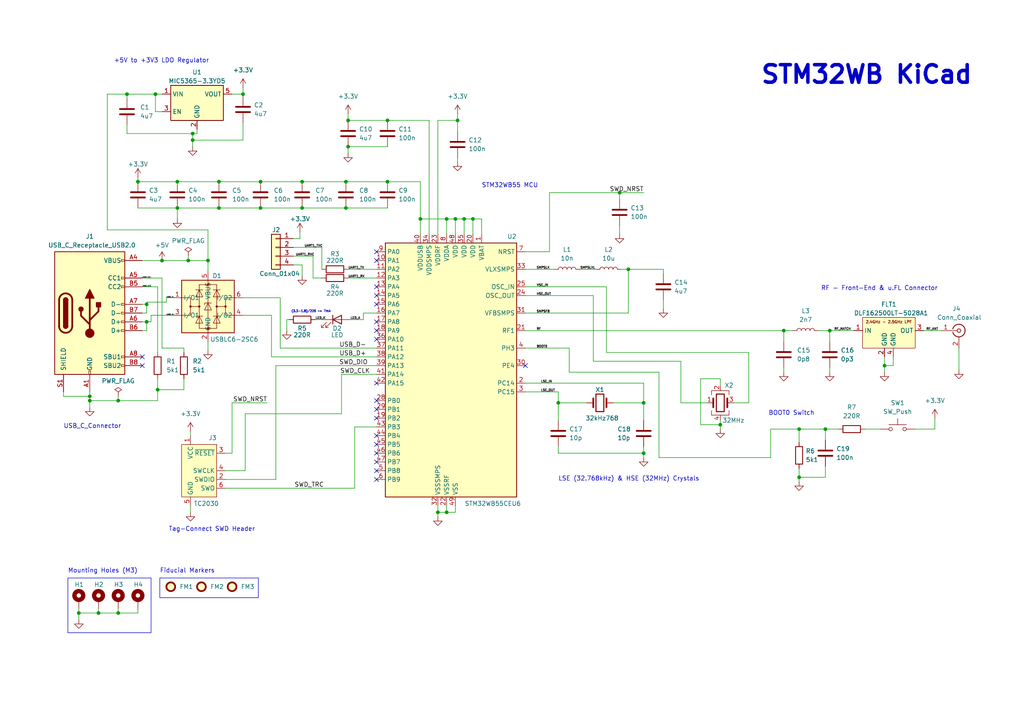
<source format=kicad_sch>
(kicad_sch (version 20230121) (generator eeschema)
  (paper "A4")
  (title_block (title "STM32WB Kicad") (date "2024-06-08") (rev "A"))
  (lib_symbols
    (symbol "Connector:Conn_ARM_SWD_TagConnect_TC2030" (in_bom no)
      (property "Reference" "J" (at 2.54 11.43 0))
      (property "Value" "Conn_ARM_SWD_TagConnect_TC2030" (at 5.08 8.89 0))
      (symbol "Conn_ARM_SWD_TagConnect_TC2030_0_0"
        (pin power_in line (at -2.54 10.16 270) (length 2.54) (name "VCC") (number "1"))
        (pin bidirectional line (at 7.62 -2.54 180) (length 2.54) (name "SWDIO") (number "2"))
        (pin open_collector line (at 7.62 5.08 180) (length 2.54) (name "~{RESET}") (number "3"))
        (pin output line (at 7.62 0 180) (length 2.54) (name "SWCLK") (number "4"))
        (pin power_in line (at -2.54 -10.16 90) (length 2.54) (name "GND") (number "5"))
        (pin input line (at 7.62 -5.08 180) (length 2.54) (name "SWO") (number "6"))
      )
    )
    (symbol "Connector:Conn_Coaxial" (pin_names (offset 1.016) hide)
      (property "Reference" "J" (at 0.254 3.048 0))
      (property "Value" "Conn_Coaxial" (at 2.921 0 90))
      (symbol "Conn_Coaxial_1_1"
        (pin passive line (at -5.08 0 0) (length 2.54) (name "In") (number "1"))
        (pin passive line (at 0 -5.08 90) (length 2.54) (name "Ext") (number "2"))
      )
    )
    (symbol "Connector:USB_C_Receptacle_USB2.0" (pin_names (offset 1.016))
      (property "Reference" "J" (at -10.16 19.05 0))
      (property "Value" "USB_C_Receptacle_USB2.0" (at 19.05 19.05 0))
      (symbol "USB_C_Receptacle_USB2.0_1_1"
        (pin passive line (at 0 -22.86 90) (length 5.08) (name "GND") (number "A1"))
        (pin passive line (at 0 -22.86 90) (length 5.08) hide (name "GND") (number "A12"))
        (pin passive line (at 15.24 15.24 180) (length 5.08) (name "VBUS") (number "A4"))
        (pin bidirectional line (at 15.24 10.16 180) (length 5.08) (name "CC1") (number "A5"))
        (pin bidirectional line (at 15.24 -2.54 180) (length 5.08) (name "D+") (number "A6"))
        (pin bidirectional line (at 15.24 2.54 180) (length 5.08) (name "D-") (number "A7"))
        (pin bidirectional line (at 15.24 -12.7 180) (length 5.08) (name "SBU1") (number "A8"))
        (pin passive line (at 15.24 15.24 180) (length 5.08) hide (name "VBUS") (number "A9"))
        (pin passive line (at 0 -22.86 90) (length 5.08) hide (name "GND") (number "B1"))
        (pin passive line (at 0 -22.86 90) (length 5.08) hide (name "GND") (number "B12"))
        (pin passive line (at 15.24 15.24 180) (length 5.08) hide (name "VBUS") (number "B4"))
        (pin bidirectional line (at 15.24 7.62 180) (length 5.08) (name "CC2") (number "B5"))
        (pin bidirectional line (at 15.24 -5.08 180) (length 5.08) (name "D+") (number "B6"))
        (pin bidirectional line (at 15.24 0 180) (length 5.08) (name "D-") (number "B7"))
        (pin bidirectional line (at 15.24 -15.24 180) (length 5.08) (name "SBU2") (number "B8"))
        (pin passive line (at 15.24 15.24 180) (length 5.08) hide (name "VBUS") (number "B9"))
        (pin passive line (at -7.62 -22.86 90) (length 5.08) (name "SHIELD") (number "S1"))
      )
    )
    (symbol "Connector_Generic:Conn_01x04" (pin_names (offset 1.016) hide)
      (property "Reference" "J" (at 0 5.08 0))
      (property "Value" "Conn_01x04" (at 0 -7.62 0))
      (symbol "Conn_01x04_1_1"
        (pin passive line (at -5.08 2.54 0) (length 3.81) (name "Pin_1") (number "1"))
        (pin passive line (at -5.08 0 0) (length 3.81) (name "Pin_2") (number "2"))
        (pin passive line (at -5.08 -2.54 0) (length 3.81) (name "Pin_3") (number "3"))
        (pin passive line (at -5.08 -5.08 0) (length 3.81) (name "Pin_4") (number "4"))
      )
    )
    (symbol "Device:C" (pin_numbers hide) (pin_names (offset 0.254))
      (property "Reference" "C" (at 0.635 2.54 0))
      (property "Value" "C" (at 0.635 -2.54 0))
      (symbol "C_1_1"
        (pin passive line (at 0 3.81 270) (length 2.794) (name "~") (number "1"))
        (pin passive line (at 0 -3.81 90) (length 2.794) (name "~") (number "2"))
      )
    )
    (symbol "Device:Crystal" (pin_numbers hide) (pin_names (offset 1.016) hide)
      (property "Reference" "Y" (at 0 3.81 0))
      (property "Value" "Crystal" (at 0 -3.81 0))
      (symbol "Crystal_1_1"
        (pin passive line (at -3.81 0 0) (length 1.27) (name "1") (number "1"))
        (pin passive line (at 3.81 0 180) (length 1.27) (name "2") (number "2"))
      )
    )
    (symbol "Device:Crystal_GND24" (pin_names (offset 1.016) hide)
      (property "Reference" "Y" (at 3.175 5.08 0))
      (property "Value" "Crystal_GND24" (at 3.175 3.175 0))
      (symbol "Crystal_GND24_1_1"
        (pin passive line (at -3.81 0 0) (length 1.27) (name "1") (number "1"))
        (pin passive line (at 0 5.08 270) (length 1.27) (name "2") (number "2"))
        (pin passive line (at 3.81 0 180) (length 1.27) (name "3") (number "3"))
        (pin passive line (at 0 -5.08 90) (length 1.27) (name "4") (number "4"))
      )
    )
    (symbol "Device:L" (pin_numbers hide) (pin_names (offset 1.016) hide)
      (property "Reference" "L" (at -1.27 0 90))
      (property "Value" "L" (at 1.905 0 90))
      (symbol "L_1_1"
        (pin passive line (at 0 3.81 270) (length 1.27) (name "1") (number "1"))
        (pin passive line (at 0 -3.81 90) (length 1.27) (name "2") (number "2"))
      )
    )
    (symbol "Device:LED" (pin_numbers hide) (pin_names (offset 1.016) hide)
      (property "Reference" "D" (at 0 2.54 0))
      (property "Value" "LED" (at 0 -2.54 0))
      (symbol "LED_1_1"
        (pin passive line (at -3.81 0 0) (length 2.54) (name "K") (number "1"))
        (pin passive line (at 3.81 0 180) (length 2.54) (name "A") (number "2"))
      )
    )
    (symbol "Device:R" (pin_numbers hide) (pin_names (offset 0))
      (property "Reference" "R" (at 2.032 0 90))
      (property "Value" "R" (at 0 0 90))
      (symbol "R_1_1"
        (pin passive line (at 0 3.81 270) (length 1.27) (name "~") (number "1"))
        (pin passive line (at 0 -3.81 90) (length 1.27) (name "~") (number "2"))
      )
    )
    (symbol "MCU_ST_STM32WB:STM32WB55CEUx"
      (property "Reference" "U" (at -17.78 39.37 0))
      (property "Value" "STM32WB55CEUx" (at 12.7 39.37 0))
      (symbol "STM32WB55CEUx_1_1"
        (pin power_in line (at -7.62 40.64 270) (length 2.54) (name "VBAT") (number "1"))
        (pin bidirectional line (at 22.86 33.02 180) (length 2.54) (name "PA1") (number "10"))
        (pin bidirectional line (at 22.86 30.48 180) (length 2.54) (name "PA2") (number "11"))
        (pin bidirectional line (at 22.86 27.94 180) (length 2.54) (name "PA3") (number "12"))
        (pin bidirectional line (at 22.86 25.4 180) (length 2.54) (name "PA4") (number "13"))
        (pin bidirectional line (at 22.86 22.86 180) (length 2.54) (name "PA5") (number "14"))
        (pin bidirectional line (at 22.86 20.32 180) (length 2.54) (name "PA6") (number "15"))
        (pin bidirectional line (at 22.86 17.78 180) (length 2.54) (name "PA7") (number "16"))
        (pin bidirectional line (at 22.86 15.24 180) (length 2.54) (name "PA8") (number "17"))
        (pin bidirectional line (at 22.86 12.7 180) (length 2.54) (name "PA9") (number "18"))
        (pin bidirectional line (at 22.86 -12.7 180) (length 2.54) (name "PB2") (number "19"))
        (pin bidirectional line (at -20.32 -2.54 0) (length 2.54) (name "PC14") (number "2"))
        (pin power_in line (at -5.08 40.64 270) (length 2.54) (name "VDD") (number "20"))
        (pin bidirectional line (at -20.32 12.7 0) (length 2.54) (name "RF1") (number "21"))
        (pin power_in line (at 2.54 -38.1 90) (length 2.54) (name "VSSRF") (number "22"))
        (pin power_in line (at 5.08 40.64 270) (length 2.54) (name "VDDRF") (number "23"))
        (pin input line (at -20.32 22.86 0) (length 2.54) (name "OSC_OUT") (number "24"))
        (pin input line (at -20.32 25.4 0) (length 2.54) (name "OSC_IN") (number "25"))
        (pin no_connect line (at -17.78 -35.56 0) (length 2.54) hide (name "AT0") (number "26"))
        (pin no_connect line (at -17.78 -33.02 0) (length 2.54) hide (name "AT1") (number "27"))
        (pin bidirectional line (at 22.86 -7.62 180) (length 2.54) (name "PB0") (number "28"))
        (pin bidirectional line (at 22.86 -10.16 180) (length 2.54) (name "PB1") (number "29"))
        (pin bidirectional line (at -20.32 -5.08 0) (length 2.54) (name "PC15") (number "3"))
        (pin bidirectional line (at -20.32 2.54 0) (length 2.54) (name "PE4") (number "30"))
        (pin input line (at -20.32 17.78 0) (length 2.54) (name "VFBSMPS") (number "31"))
        (pin power_in line (at 5.08 -38.1 90) (length 2.54) (name "VSSSMPS") (number "32"))
        (pin power_in line (at -20.32 30.48 0) (length 2.54) (name "VLXSMPS") (number "33"))
        (pin power_in line (at 7.62 40.64 270) (length 2.54) (name "VDDSMPS") (number "34"))
        (pin power_in line (at -2.54 40.64 270) (length 2.54) (name "VDD") (number "35"))
        (pin bidirectional line (at 22.86 10.16 180) (length 2.54) (name "PA10") (number "36"))
        (pin bidirectional line (at 22.86 7.62 180) (length 2.54) (name "PA11") (number "37"))
        (pin bidirectional line (at 22.86 5.08 180) (length 2.54) (name "PA12") (number "38"))
        (pin bidirectional line (at 22.86 2.54 180) (length 2.54) (name "PA13") (number "39"))
        (pin bidirectional line (at -20.32 7.62 0) (length 2.54) (name "PH3") (number "4"))
        (pin power_in line (at 10.16 40.64 270) (length 2.54) (name "VDDUSB") (number "40"))
        (pin bidirectional line (at 22.86 0 180) (length 2.54) (name "PA14") (number "41"))
        (pin bidirectional line (at 22.86 -2.54 180) (length 2.54) (name "PA15") (number "42"))
        (pin bidirectional line (at 22.86 -15.24 180) (length 2.54) (name "PB3") (number "43"))
        (pin bidirectional line (at 22.86 -17.78 180) (length 2.54) (name "PB4") (number "44"))
        (pin bidirectional line (at 22.86 -20.32 180) (length 2.54) (name "PB5") (number "45"))
        (pin bidirectional line (at 22.86 -22.86 180) (length 2.54) (name "PB6") (number "46"))
        (pin bidirectional line (at 22.86 -25.4 180) (length 2.54) (name "PB7") (number "47"))
        (pin power_in line (at 0 40.64 270) (length 2.54) (name "VDD") (number "48"))
        (pin power_in line (at 0 -38.1 90) (length 2.54) (name "VSS") (number "49"))
        (pin bidirectional line (at 22.86 -27.94 180) (length 2.54) (name "PB8") (number "5"))
        (pin bidirectional line (at 22.86 -30.48 180) (length 2.54) (name "PB9") (number "6"))
        (pin input line (at -20.32 35.56 0) (length 2.54) (name "NRST") (number "7"))
        (pin power_in line (at 2.54 40.64 270) (length 2.54) (name "VDDA") (number "8"))
        (pin bidirectional line (at 22.86 35.56 180) (length 2.54) (name "PA0") (number "9"))
      )
    )
    (symbol "Mechanical:Fiducial"
      (property "Reference" "FID" (at 0 5.08 0))
      (property "Value" "Fiducial" (at 0 3.175 0))
    )
    (symbol "Mechanical:MountingHole_Pad" (pin_numbers hide) (pin_names (offset 1.016) hide)
      (property "Reference" "H" (at 0 6.35 0))
      (property "Value" "MountingHole_Pad" (at 0 4.445 0))
      (symbol "MountingHole_Pad_1_1"
        (pin input line (at 0 -2.54 90) (length 2.54) (name "1") (number "1"))
      )
    )
    (symbol "Regulator_Linear:MIC5365-3.3YD5"
      (property "Reference" "U" (at -7.62 6.35 0))
      (property "Value" "MIC5365-3.3YD5" (at 0 6.35 0))
      (symbol "MIC5365-3.3YD5_1_1"
        (pin power_in line (at -10.16 2.54 0) (length 2.54) (name "VIN") (number "1"))
        (pin power_in line (at 0 -7.62 90) (length 2.54) (name "GND") (number "2"))
        (pin input line (at -10.16 -2.54 0) (length 2.54) (name "EN") (number "3"))
        (pin no_connect line (at 7.62 -2.54 180) (length 2.54) hide (name "NC") (number "4"))
        (pin power_out line (at 10.16 2.54 180) (length 2.54) (name "VOUT") (number "5"))
      )
    )
    (symbol "STM32-Bluetooth_Schematic_Symbols:DLF162500LT-5028A1"
      (property "Reference" "FLT" (at 0 3.81 0))
      (property "Value" "DLF162500LT-5028A1" (at 0 6.35 0))
      (symbol "DLF162500LT-5028A1_0_0"
        (pin passive line (at -10.16 -1.27 0) (length 2.54) (name "IN") (number "1"))
        (pin passive line (at -1.27 -8.89 90) (length 2.54) (name "GND") (number "2"))
        (pin passive line (at 10.16 -1.27 180) (length 2.54) (name "OUT") (number "3"))
        (pin passive line (at 1.27 -8.89 90) (length 2.54) (name "GND") (number "4"))
      )
      (symbol "DLF162500LT-5028A1_1_1"
        (text "2.4GHz - 2.5GHz LPF" (at 0 1.27 0) (effects (font (size 0.8 0.8))))
      )
    )
    (symbol "STM32-Bluetooth_Schematic_Symbols:USBLC6-2SC6"
      (property "Reference" "D1" (at 2.54 0 0))
      (symbol "USBLC6-2SC6_1_1"
        (pin passive line (at -13.97 -6.35 0) (length 2.54) (name "I/O1") (number "1"))
        (pin passive line (at -3.81 -19.05 90) (length 2.54) (name "GND") (number "2"))
        (pin passive line (at -13.97 -11.43 0) (length 2.54) (name "I/O1") (number "3"))
        (pin passive line (at 6.35 -11.43 180) (length 2.54) (name "I/O2") (number "4"))
        (pin passive line (at -3.81 1.27 270) (length 2.54) (name "VBUS") (number "5"))
        (pin passive line (at 6.35 -6.35 180) (length 2.54) (name "I/O2") (number "6"))
      )
    )
    (symbol "Switch:SW_Push" (pin_numbers hide) (pin_names (offset 1.016) hide)
      (property "Reference" "SW" (at 1.27 2.54 0))
      (property "Value" "SW_Push" (at 0 -1.524 0))
      (symbol "SW_Push_0_1"
        (pin passive line (at -5.08 0 0) (length 2.54) (name "1") (number "1"))
        (pin passive line (at 5.08 0 180) (length 2.54) (name "2") (number "2"))
      )
    )
    (symbol "power:+3.3V" (power) (pin_names (offset 0))
      (property "Value" "+3.3V" (at 0 3.556 0))
      (symbol "+3.3V_1_1"
        (pin power_in line (at 0 0 90) (length 0) hide (name "+3.3V") (number "1"))
      )
    )
    (symbol "power:+5V" (power) (pin_names (offset 0))
      (property "Value" "+5V" (at 0 3.556 0))
      (symbol "+5V_1_1"
        (pin power_in line (at 0 0 90) (length 0) hide (name "+5V") (number "1"))
      )
    )
    (symbol "power:GND" (power) (pin_names (offset 0))
      (property "Value" "GND" (at 0 -3.81 0))
      (symbol "GND_1_1"
        (pin power_in line (at 0 0 270) (length 0) hide (name "GND") (number "1"))
      )
    )
    (symbol "power:PWR_FLAG" (power) (pin_numbers hide) (pin_names (offset 0) hide)
      (property "Value" "PWR_FLAG" (at 0 3.81 0))
      (symbol "PWR_FLAG_0_0"
        (pin power_out line (at 0 0 90) (length 0) (name "pwr") (number "1"))
      )
    )
  )
  (junction (at 132.08 63.5))
  (junction (at 60.325 75.565))
  (junction (at 75.565 52.705))
  (junction (at 42.545 88.265))
  (junction (at 51.435 52.705))
  (junction (at 100.33 52.705))
  (junction (at 87.63 60.325))
  (junction (at 22.86 177.8))
  (junction (at 26.035 114.935))
  (junction (at 34.29 177.8))
  (junction (at 75.565 60.325))
  (junction (at 46.99 75.565))
  (junction (at 129.54 63.5))
  (junction (at 63.5 52.705))
  (junction (at 70.485 27.305))
  (junction (at 186.69 131.445))
  (junction (at 137.16 63.5))
  (junction (at 40.005 52.705))
  (junction (at 161.925 116.84))
  (junction (at 208.915 123.19))
  (junction (at 100.33 60.325))
  (junction (at 121.92 63.5))
  (junction (at 112.395 34.925))
  (junction (at 36.83 27.305))
  (junction (at 129.54 148.59))
  (junction (at 186.69 116.84))
  (junction (at 100.965 42.545))
  (junction (at 28.575 177.8))
  (junction (at 34.29 116.205))
  (junction (at 42.545 93.345))
  (junction (at 55.88 38.735))
  (junction (at 227.33 95.885))
  (junction (at 26.035 116.205))
  (junction (at 127 148.59))
  (junction (at 240.665 95.885))
  (junction (at 55.88 40.64))
  (junction (at 132.715 34.925))
  (junction (at 231.775 138.43))
  (junction (at 100.965 34.925))
  (junction (at 51.435 60.325))
  (junction (at 134.62 63.5))
  (junction (at 182.245 78.105))
  (junction (at 45.085 27.305))
  (junction (at 63.5 60.325))
  (junction (at 179.705 55.88))
  (junction (at 256.54 106.045))
  (junction (at 112.395 52.705))
  (junction (at 54.61 75.565))
  (junction (at 231.775 124.46))
  (junction (at 87.63 52.705))
  (junction (at 239.395 124.46))
  (junction (at 45.72 113.03))
  (no_connect (at 109.22 126.365))
  (no_connect (at 109.22 116.205))
  (no_connect (at 109.22 88.265))
  (no_connect (at 109.22 95.885))
  (no_connect (at 152.4 106.045))
  (no_connect (at 109.22 73.025))
  (no_connect (at 109.22 93.345))
  (no_connect (at 109.22 121.285))
  (no_connect (at 109.22 131.445))
  (no_connect (at 109.22 75.565))
  (no_connect (at 41.275 103.505))
  (no_connect (at 109.22 118.745))
  (no_connect (at 109.22 133.985))
  (no_connect (at 109.22 139.065))
  (no_connect (at 109.22 111.125))
  (no_connect (at 109.22 128.905))
  (no_connect (at 109.22 98.425))
  (no_connect (at 109.22 83.185))
  (no_connect (at 41.275 106.045))
  (no_connect (at 109.22 136.525))
  (no_connect (at 109.22 85.725))
  (wire (pts (xy 152.4 83.185) (xy 175.895 83.185)))
  (wire (pts (xy 121.92 67.945) (xy 121.92 63.5)))
  (wire (pts (xy 182.245 90.805) (xy 182.245 78.105)))
  (wire (pts (xy 265.43 124.46) (xy 271.145 124.46)))
  (wire (pts (xy 172.085 104.775) (xy 197.485 104.775)))
  (wire (pts (xy 42.545 93.345) (xy 43.815 93.345)))
  (wire (pts (xy 42.545 95.885) (xy 42.545 93.345)))
  (wire (pts (xy 55.88 40.64) (xy 55.88 42.545)))
  (wire (pts (xy 129.54 148.59) (xy 127 148.59)))
  (wire (pts (xy 239.395 135.255) (xy 239.395 138.43)))
  (wire (pts (xy 137.16 67.945) (xy 137.16 63.5)))
  (wire (pts (xy 191.135 132.715) (xy 223.52 132.715)))
  (wire (pts (xy 87.63 60.325) (xy 100.33 60.325)))
  (wire (pts (xy 186.69 116.84) (xy 186.69 121.92)))
  (wire (pts (xy 152.4 113.665) (xy 161.925 113.665)))
  (wire (pts (xy 223.52 132.715) (xy 223.52 124.46)))
  (wire (pts (xy 48.26 87.63) (xy 48.26 86.36)))
  (wire (pts (xy 45.72 109.855) (xy 45.72 113.03)))
  (wire (pts (xy 152.4 73.025) (xy 159.385 73.025)))
  (wire (pts (xy 99.06 108.585) (xy 109.22 108.585)))
  (wire (pts (xy 55.245 125.095) (xy 55.245 126.365)))
  (wire (pts (xy 85.09 74.295) (xy 90.805 74.295)))
  (wire (pts (xy 41.275 75.565) (xy 46.99 75.565)))
  (wire (pts (xy 192.405 86.995) (xy 192.405 89.535)))
  (wire (pts (xy 271.145 124.46) (xy 271.145 121.285)))
  (wire (pts (xy 152.4 111.125) (xy 186.69 111.125)))
  (wire (pts (xy 109.22 90.805) (xy 105.41 90.805)))
  (wire (pts (xy 134.62 63.5) (xy 134.62 67.945)))
  (wire (pts (xy 81.28 86.36) (xy 81.28 100.965)))
  (wire (pts (xy 41.275 80.645) (xy 46.99 80.645)))
  (wire (pts (xy 78.74 91.44) (xy 78.74 103.505)))
  (wire (pts (xy 259.08 103.505) (xy 259.08 106.045)))
  (wire (pts (xy 41.275 90.805) (xy 42.545 90.805)))
  (wire (pts (xy 83.185 92.71) (xy 83.185 95.885)))
  (wire (pts (xy 124.46 34.925) (xy 124.46 67.945)))
  (wire (pts (xy 250.825 124.46) (xy 255.27 124.46)))
  (wire (pts (xy 87.63 76.835) (xy 87.63 80.01)))
  (wire (pts (xy 259.08 106.045) (xy 256.54 106.045)))
  (wire (pts (xy 41.275 93.345) (xy 42.545 93.345)))
  (wire (pts (xy 36.83 36.195) (xy 36.83 38.735)))
  (wire (pts (xy 34.29 114.935) (xy 34.29 116.205)))
  (wire (pts (xy 152.4 78.105) (xy 160.655 78.105)))
  (wire (pts (xy 45.085 32.385) (xy 45.085 27.305)))
  (wire (pts (xy 83.82 92.71) (xy 83.185 92.71)))
  (wire (pts (xy 99.06 120.015) (xy 99.06 108.585)))
  (wire (pts (xy 165.1 107.95) (xy 191.135 107.95)))
  (wire (pts (xy 70.485 40.64) (xy 55.88 40.64)))
  (wire (pts (xy 186.69 131.445) (xy 186.69 132.715)))
  (wire (pts (xy 152.4 85.725) (xy 172.085 85.725)))
  (wire (pts (xy 40.005 176.53) (xy 40.005 177.8)))
  (wire (pts (xy 239.395 124.46) (xy 243.205 124.46)))
  (wire (pts (xy 40.005 52.705) (xy 51.435 52.705)))
  (wire (pts (xy 70.485 27.305) (xy 70.485 27.94)))
  (wire (pts (xy 26.035 116.205) (xy 34.29 116.205)))
  (wire (pts (xy 53.34 113.03) (xy 45.72 113.03)))
  (wire (pts (xy 208.915 109.855) (xy 203.2 109.855)))
  (wire (pts (xy 36.83 38.735) (xy 55.88 38.735)))
  (wire (pts (xy 85.09 71.755) (xy 93.345 71.755)))
  (wire (pts (xy 45.085 27.305) (xy 46.99 27.305)))
  (wire (pts (xy 161.925 131.445) (xy 186.69 131.445)))
  (wire (pts (xy 22.86 177.8) (xy 22.86 179.705)))
  (wire (pts (xy 100.33 52.705) (xy 112.395 52.705)))
  (wire (pts (xy 161.925 113.665) (xy 161.925 116.84)))
  (wire (pts (xy 152.4 95.885) (xy 227.33 95.885)))
  (wire (pts (xy 41.275 95.885) (xy 42.545 95.885)))
  (wire (pts (xy 179.705 65.405) (xy 179.705 67.945)))
  (wire (pts (xy 152.4 100.965) (xy 165.1 100.965)))
  (wire (pts (xy 48.26 86.36) (xy 50.165 86.36)))
  (wire (pts (xy 75.565 60.325) (xy 87.63 60.325)))
  (wire (pts (xy 71.12 136.525) (xy 71.12 120.015)))
  (wire (pts (xy 60.325 75.565) (xy 60.325 78.74)))
  (wire (pts (xy 197.485 104.775) (xy 197.485 116.84)))
  (wire (pts (xy 180.34 78.105) (xy 182.245 78.105)))
  (wire (pts (xy 159.385 55.88) (xy 179.705 55.88)))
  (wire (pts (xy 100.965 78.105) (xy 109.22 78.105)))
  (wire (pts (xy 46.99 80.645) (xy 46.99 100.965)))
  (wire (pts (xy 60.325 75.565) (xy 60.325 66.675)))
  (wire (pts (xy 86.995 69.215) (xy 85.09 69.215)))
  (wire (pts (xy 100.965 42.545) (xy 112.395 42.545)))
  (wire (pts (xy 127 146.685) (xy 127 148.59)))
  (wire (pts (xy 256.54 106.045) (xy 256.54 107.95)))
  (wire (pts (xy 100.965 33.02) (xy 100.965 34.925)))
  (wire (pts (xy 22.86 176.53) (xy 22.86 177.8)))
  (wire (pts (xy 217.17 102.235) (xy 217.17 116.84)))
  (wire (pts (xy 34.29 177.8) (xy 40.005 177.8)))
  (wire (pts (xy 100.965 80.645) (xy 109.22 80.645)))
  (wire (pts (xy 186.69 129.54) (xy 186.69 131.445)))
  (wire (pts (xy 132.08 148.59) (xy 129.54 148.59)))
  (wire (pts (xy 46.99 75.565) (xy 54.61 75.565)))
  (wire (pts (xy 45.085 32.385) (xy 46.99 32.385)))
  (wire (pts (xy 161.925 116.84) (xy 161.925 121.92)))
  (wire (pts (xy 26.035 114.935) (xy 26.035 116.205)))
  (wire (pts (xy 127 67.945) (xy 127 34.925)))
  (wire (pts (xy 165.1 100.965) (xy 165.1 107.95)))
  (wire (pts (xy 67.31 27.305) (xy 70.485 27.305)))
  (wire (pts (xy 239.395 138.43) (xy 231.775 138.43)))
  (wire (pts (xy 175.895 102.235) (xy 217.17 102.235)))
  (wire (pts (xy 80.01 139.065) (xy 80.01 106.045)))
  (wire (pts (xy 65.405 136.525) (xy 71.12 136.525)))
  (wire (pts (xy 86.995 67.31) (xy 86.995 69.215)))
  (wire (pts (xy 102.87 141.605) (xy 102.87 123.825)))
  (wire (pts (xy 240.665 95.885) (xy 247.65 95.885)))
  (wire (pts (xy 132.08 67.945) (xy 132.08 63.5)))
  (wire (pts (xy 65.405 131.445) (xy 67.31 131.445)))
  (wire (pts (xy 75.565 52.705) (xy 87.63 52.705)))
  (wire (pts (xy 237.49 95.885) (xy 240.665 95.885)))
  (wire (pts (xy 65.405 139.065) (xy 80.01 139.065)))
  (wire (pts (xy 18.415 114.935) (xy 26.035 114.935)))
  (wire (pts (xy 43.815 93.345) (xy 43.815 91.44)))
  (wire (pts (xy 80.01 106.045) (xy 109.22 106.045)))
  (wire (pts (xy 129.54 146.685) (xy 129.54 148.59)))
  (wire (pts (xy 127 148.59) (xy 127 149.86)))
  (wire (pts (xy 31.115 27.305) (xy 36.83 27.305)))
  (wire (pts (xy 31.115 66.675) (xy 31.115 27.305)))
  (wire (pts (xy 87.63 52.705) (xy 100.33 52.705)))
  (wire (pts (xy 175.895 83.185) (xy 175.895 102.235)))
  (wire (pts (xy 197.485 116.84) (xy 205.105 116.84)))
  (wire (pts (xy 121.92 52.705) (xy 112.395 52.705)))
  (wire (pts (xy 132.715 45.72) (xy 132.715 46.99)))
  (wire (pts (xy 132.715 34.925) (xy 132.715 38.1)))
  (wire (pts (xy 41.275 88.265) (xy 42.545 88.265)))
  (wire (pts (xy 227.33 106.68) (xy 227.33 107.95)))
  (wire (pts (xy 34.29 116.205) (xy 45.72 116.205)))
  (wire (pts (xy 217.17 116.84) (xy 212.725 116.84)))
  (wire (pts (xy 231.775 138.43) (xy 231.775 139.7)))
  (wire (pts (xy 90.805 80.645) (xy 93.345 80.645)))
  (wire (pts (xy 132.08 146.685) (xy 132.08 148.59)))
  (wire (pts (xy 45.72 116.205) (xy 45.72 113.03)))
  (wire (pts (xy 53.34 109.855) (xy 53.34 113.03)))
  (wire (pts (xy 93.345 71.755) (xy 93.345 78.105)))
  (wire (pts (xy 227.33 95.885) (xy 227.33 99.06)))
  (wire (pts (xy 67.31 131.445) (xy 67.31 116.84)))
  (wire (pts (xy 36.83 27.305) (xy 45.085 27.305)))
  (wire (pts (xy 51.435 60.325) (xy 63.5 60.325)))
  (wire (pts (xy 57.15 38.735) (xy 55.88 38.735)))
  (wire (pts (xy 60.325 66.675) (xy 31.115 66.675)))
  (wire (pts (xy 60.325 99.06) (xy 60.325 101.6)))
  (wire (pts (xy 26.035 113.665) (xy 26.035 114.935)))
  (wire (pts (xy 129.54 63.5) (xy 132.08 63.5)))
  (wire (pts (xy 78.74 103.505) (xy 109.22 103.505)))
  (wire (pts (xy 177.8 116.84) (xy 186.69 116.84)))
  (wire (pts (xy 161.925 129.54) (xy 161.925 131.445)))
  (wire (pts (xy 40.005 60.325) (xy 51.435 60.325)))
  (wire (pts (xy 231.775 135.89) (xy 231.775 138.43)))
  (wire (pts (xy 112.395 34.925) (xy 124.46 34.925)))
  (wire (pts (xy 240.665 95.885) (xy 240.665 99.06)))
  (wire (pts (xy 42.545 88.265) (xy 42.545 87.63)))
  (wire (pts (xy 85.09 76.835) (xy 87.63 76.835)))
  (wire (pts (xy 256.54 103.505) (xy 256.54 106.045)))
  (wire (pts (xy 105.41 92.71) (xy 101.6 92.71)))
  (wire (pts (xy 28.575 176.53) (xy 28.575 177.8)))
  (wire (pts (xy 51.435 52.705) (xy 63.5 52.705)))
  (wire (pts (xy 121.92 63.5) (xy 129.54 63.5)))
  (wire (pts (xy 159.385 73.025) (xy 159.385 55.88)))
  (wire (pts (xy 105.41 90.805) (xy 105.41 92.71)))
  (wire (pts (xy 192.405 78.105) (xy 192.405 79.375)))
  (wire (pts (xy 63.5 52.705) (xy 75.565 52.705)))
  (wire (pts (xy 55.88 38.735) (xy 55.88 40.64)))
  (wire (pts (xy 182.245 78.105) (xy 192.405 78.105)))
  (wire (pts (xy 81.28 100.965) (xy 109.22 100.965)))
  (wire (pts (xy 132.715 33.02) (xy 132.715 34.925)))
  (wire (pts (xy 139.7 63.5) (xy 139.7 67.945)))
  (wire (pts (xy 152.4 90.805) (xy 182.245 90.805)))
  (wire (pts (xy 127 34.925) (xy 132.715 34.925)))
  (wire (pts (xy 132.08 63.5) (xy 134.62 63.5)))
  (wire (pts (xy 203.2 123.19) (xy 208.915 123.19)))
  (wire (pts (xy 57.15 38.735) (xy 57.15 37.465)))
  (wire (pts (xy 55.245 146.685) (xy 55.245 148.59)))
  (wire (pts (xy 129.54 67.945) (xy 129.54 63.5)))
  (wire (pts (xy 203.2 109.855) (xy 203.2 123.19)))
  (wire (pts (xy 223.52 124.46) (xy 231.775 124.46)))
  (wire (pts (xy 208.915 121.92) (xy 208.915 123.19)))
  (wire (pts (xy 42.545 87.63) (xy 48.26 87.63)))
  (wire (pts (xy 34.29 176.53) (xy 34.29 177.8)))
  (wire (pts (xy 231.775 124.46) (xy 239.395 124.46)))
  (wire (pts (xy 240.665 106.68) (xy 240.665 107.95)))
  (wire (pts (xy 70.485 86.36) (xy 81.28 86.36)))
  (wire (pts (xy 71.12 120.015) (xy 99.06 120.015)))
  (wire (pts (xy 179.705 57.785) (xy 179.705 55.88)))
  (wire (pts (xy 22.86 177.8) (xy 28.575 177.8)))
  (wire (pts (xy 231.775 124.46) (xy 231.775 128.27)))
  (wire (pts (xy 51.435 60.325) (xy 51.435 63.5)))
  (wire (pts (xy 91.44 92.71) (xy 93.98 92.71)))
  (wire (pts (xy 170.18 116.84) (xy 161.925 116.84)))
  (wire (pts (xy 46.99 100.965) (xy 53.34 100.965)))
  (wire (pts (xy 36.83 27.305) (xy 36.83 28.575)))
  (wire (pts (xy 191.135 107.95) (xy 191.135 132.715)))
  (wire (pts (xy 42.545 88.265) (xy 42.545 90.805)))
  (wire (pts (xy 186.69 111.125) (xy 186.69 116.84)))
  (wire (pts (xy 208.915 123.19) (xy 208.915 124.46)))
  (wire (pts (xy 18.415 113.665) (xy 18.415 114.935)))
  (wire (pts (xy 208.915 111.76) (xy 208.915 109.855)))
  (wire (pts (xy 267.97 95.885) (xy 273.05 95.885)))
  (wire (pts (xy 179.705 55.88) (xy 186.69 55.88)))
  (wire (pts (xy 172.085 85.725) (xy 172.085 104.775)))
  (wire (pts (xy 63.5 60.325) (xy 75.565 60.325)))
  (wire (pts (xy 134.62 63.5) (xy 137.16 63.5)))
  (wire (pts (xy 278.13 100.965) (xy 278.13 107.315)))
  (wire (pts (xy 41.275 83.185) (xy 45.72 83.185)))
  (wire (pts (xy 90.805 74.295) (xy 90.805 80.645)))
  (wire (pts (xy 28.575 177.8) (xy 34.29 177.8)))
  (wire (pts (xy 26.035 116.205) (xy 26.035 118.11)))
  (wire (pts (xy 67.31 116.84) (xy 77.47 116.84)))
  (wire (pts (xy 54.61 74.295) (xy 54.61 75.565)))
  (wire (pts (xy 121.92 63.5) (xy 121.92 52.705)))
  (wire (pts (xy 168.275 78.105) (xy 172.72 78.105)))
  (wire (pts (xy 70.485 91.44) (xy 78.74 91.44)))
  (wire (pts (xy 239.395 124.46) (xy 239.395 127.635)))
  (wire (pts (xy 70.485 25.4) (xy 70.485 27.305)))
  (wire (pts (xy 65.405 141.605) (xy 102.87 141.605)))
  (wire (pts (xy 54.61 75.565) (xy 60.325 75.565)))
  (wire (pts (xy 100.33 60.325) (xy 112.395 60.325)))
  (wire (pts (xy 53.34 100.965) (xy 53.34 102.235)))
  (wire (pts (xy 227.33 95.885) (xy 229.87 95.885)))
  (wire (pts (xy 40.005 51.435) (xy 40.005 52.705)))
  (wire (pts (xy 45.72 83.185) (xy 45.72 102.235)))
  (wire (pts (xy 100.965 34.925) (xy 112.395 34.925)))
  (wire (pts (xy 43.815 91.44) (xy 50.165 91.44)))
  (wire (pts (xy 100.965 42.545) (xy 100.965 44.45)))
  (wire (pts (xy 102.87 123.825) (xy 109.22 123.825)))
  (wire (pts (xy 70.485 35.56) (xy 70.485 40.64)))
  (wire (pts (xy 137.16 63.5) (xy 139.7 63.5)))
  (rectangle (start 46.355 167.64) (end 74.93 173.355))
  (rectangle (start 19.685 167.64) (end 43.815 183.515))
  (text "STM32WB KiCad" (at 220.345 24.765 0) (effects (font (size 5.08 5.08) (thickness 1.016) bold) (justify left bottom)))
  (text "BOOT0 Switch" (at 222.885 120.65 0) (effects (font (size 1.27 1.27)) (justify left bottom)))
  (text "USB_C_Connector" (at 18.415 124.46 0) (effects (font (size 1.27 1.27)) (justify left bottom)))
  (text "LSE (32.768kHz) & HSE (32MHz) Crystals" (at 161.925 139.7 0) (effects (font (size 1.27 1.27)) (justify left bottom)))
  (text "RF - Front-End & u.FL Connector" (at 238.125 84.455 0) (effects (font (size 1.27 1.27)) (justify left bottom)))
  (text "Tag-Connect SWD Header" (at 48.895 154.305 0) (effects (font (size 1.27 1.27)) (justify left bottom)))
  (text "Mounting Holes (M3)" (at 19.685 166.37 0) (effects (font (size 1.27 1.27)) (justify left bottom)))
  (text "STM32WB55 MCU" (at 139.7 54.61 0) (effects (font (size 1.27 1.27)) (justify left bottom)))
  (text "+5V to +3V3 LDO Regulator" (at 33.02 18.415 0) (effects (font (size 1.27 1.27)) (justify left bottom)))
  (text "Fiducial Markers" (at 46.355 166.37 0) (effects (font (size 1.27 1.27)) (justify left bottom)))
  (text "(3.3-1.8)/220 ~= 7mA" (at 84.455 90.805 0) (effects (font (size 0.635 0.635)) (justify left bottom)))
  (label "LED_A" (at 101.6 92.71 0) (effects (font (size 0.635 0.635))))
  (label "LSE_IN" (at 156.845 111.125 0) (effects (font (size 0.635 0.635))))
  (label "SWD_NRST" (at 77.47 116.84 180))
  (label "UART1_RXC" (at 85.725 74.295 0) (effects (font (size 0.635 0.635))))
  (label "SWD_TRC" (at 93.98 141.605 180))
  (label "SWD_NRST" (at 186.69 55.88 180))
  (label "UART1_RX" (at 100.965 80.645 0) (effects (font (size 0.635 0.635))))
  (label "LED_K" (at 91.44 92.71 0) (effects (font (size 0.635 0.635))))
  (label "SWD_DIO" (at 106.68 106.045 180))
  (label "SWD_CLK" (at 107.315 108.585 180))
  (label "UART1_TX" (at 100.965 78.105 0) (effects (font (size 0.635 0.635))))
  (label "USBC_D+" (at 48.26 91.44 0) (effects (font (size 0.3175 0.3175))))
  (label "SMPSLX" (at 155.575 78.105 0) (effects (font (size 0.635 0.635))))
  (label "UART1_TXC" (at 88.265 71.755 0) (effects (font (size 0.635 0.635))))
  (label "LSE_OUT" (at 156.845 113.665 0) (effects (font (size 0.635 0.635))))
  (label "BOOT0" (at 155.575 100.965 0) (effects (font (size 0.635 0.635))))
  (label "USBC_CC2" (at 41.275 83.185 0) (effects (font (size 0.3175 0.3175))))
  (label "USBC_CC1" (at 41.275 80.645 0) (effects (font (size 0.3175 0.3175))))
  (label "USBC_D-" (at 48.26 86.36 0) (effects (font (size 0.3175 0.3175))))
  (label "HSE_IN" (at 155.575 83.185 0) (effects (font (size 0.635 0.635))))
  (label "HSE_OUT" (at 155.575 85.725 0) (effects (font (size 0.635 0.635))))
  (label "RF_MATCH" (at 241.935 95.885 0) (effects (font (size 0.635 0.635))))
  (label "RF_ANT" (at 268.605 95.885 0) (effects (font (size 0.635 0.635))))
  (label "SMPSLXL" (at 168.275 78.105 0) (effects (font (size 0.635 0.635))))
  (label "SMPSFB" (at 155.575 90.805 0) (effects (font (size 0.635 0.635))))
  (label "RF" (at 155.575 95.885 0) (effects (font (size 0.635 0.635))))
  (label "USB_D-" (at 98.425 100.965 0))
  (label "USB_D+" (at 98.425 103.505 0))
  (symbol (lib_id "power:+5V") (at 46.99 75.565 0) (unit 1)
    (property "Reference" "#PWR024" (effects hide))
    (property "Value" "+5V" (at 46.99 71.12 0))
  )
  (symbol (lib_id "power:+3.3V") (at 100.965 33.02 0) (unit 1)
    (property "Reference" "#PWR04" (effects hide))
    (property "Value" "+3.3V" (at 100.965 27.94 0))
  )
  (symbol (lib_id "power:GND") (at 51.435 63.5 0) (unit 1)
    (property "Reference" "#PWR02" (effects hide))
    (property "Value" "GND" (effects hide))
  )
  (symbol (lib_id "power:PWR_FLAG") (at 34.29 114.935 0) (unit 1)
    (property "Reference" "#FLG02" (effects hide))
    (property "Value" "PWR_FLAG" (at 34.29 110.49 0))
  )
  (symbol (lib_id "power:GND") (at 55.245 148.59 0) (unit 1)
    (property "Reference" "#PWR015" (effects hide))
    (property "Value" "GND" (effects hide))
  )
  (symbol (lib_id "Device:R") (at 53.34 106.045 0) (unit 1)
    (property "Reference" "R2" (at 55.88 104.775 0) (effects (justify left)))
    (property "Value" "5k1" (at 55.88 107.315 0) (effects (justify left)))
    (property "Footprint" "Resistor_SMD:R_0402_1005Metric" (effects hide))
  )
  (symbol (lib_id "Mechanical:MountingHole_Pad") (at 34.29 173.99 0) (unit 1) (in_bom no)
    (property "Reference" "H3" (at 33.02 169.545 0) (effects (justify left)))
    (property "Value" "MountingHole_Pad" (effects hide))
    (property "Footprint" "MountingHole:MountingHole_2.2mm_M2_Pad_Via" (effects hide))
  )
  (symbol (lib_id "power:GND") (at 87.63 80.01 0) (unit 1)
    (property "Reference" "#PWR026" (effects hide))
    (property "Value" "GND" (effects hide))
  )
  (symbol (lib_id "Mechanical:MountingHole_Pad") (at 22.86 173.99 0) (unit 1) (in_bom no)
    (property "Reference" "H1" (at 21.59 169.545 0) (effects (justify left)))
    (property "Value" "MountingHole_Pad" (effects hide))
    (property "Footprint" "MountingHole:MountingHole_2.2mm_M2_Pad_Via" (effects hide))
  )
  (symbol (lib_id "MCU_ST_STM32WB:STM32WB55CEUx") (at 132.08 108.585 0) (mirror y) (unit 1)
    (property "Reference" "U2" (at 149.86 68.58 0) (effects (justify left)))
    (property "Value" "STM32WB55CEU6" (at 151.13 146.05 0) (effects (justify left)))
    (property "Footprint" "Package_DFN_QFN:QFN-48-1EP_7x7mm_P0.5mm_EP5.6x5.6mm" (effects hide))
    (property "Datasheet" "https://www.st.com/resource/en/datasheet/stm32wb55ce.pdf" (effects hide))
  )
  (symbol (lib_id "Mechanical:Fiducial") (at 58.42 170.18 0) (unit 1) (in_bom no)
    (property "Reference" "FM2" (at 60.96 170.18 0) (effects (justify left)))
    (property "Value" "Fiducial" (effects hide))
    (property "Footprint" "Fiducial:Fiducial_1mm_Mask2mm" (effects hide))
  )
  (symbol (lib_id "Mechanical:Fiducial") (at 67.31 170.18 0) (unit 1) (in_bom no)
    (property "Reference" "FM3" (at 69.85 170.18 0) (effects (justify left)))
    (property "Value" "Fiducial" (effects hide))
    (property "Footprint" "Fiducial:Fiducial_1mm_Mask2mm" (effects hide))
  )
  (symbol (lib_id "Mechanical:Fiducial") (at 49.53 170.18 0) (unit 1) (in_bom no)
    (property "Reference" "FM1" (at 52.07 170.18 0) (effects (justify left)))
    (property "Value" "Fiducial" (effects hide))
    (property "Footprint" "Fiducial:Fiducial_1mm_Mask2mm" (effects hide))
  )
  (symbol (lib_id "Device:Crystal") (at 173.99 116.84 0) (unit 1)
    (property "Reference" "X1" (at 173.99 113.03 0))
    (property "Value" "32kHz768" (at 174.625 121.285 0))
    (property "Footprint" "Crystal:Crystal_SMD_2012-2Pin_2.0x1.2mm" (effects hide))
  )
  (symbol (lib_id "Device:C") (at 240.665 102.87 0) (unit 1)
    (property "Reference" "C16" (at 243.84 101.6 0) (effects (justify left)))
    (property "Value" "0p3" (at 243.84 104.14 0) (effects (justify left)))
    (property "Footprint" "Capacitor_SMD:C_0402_1005Metric" (effects hide))
  )
  (symbol (lib_id "power:+3.3V") (at 70.485 25.4 0) (unit 1)
    (property "Reference" "#PWR023" (effects hide))
    (property "Value" "+3.3V" (at 70.485 20.32 0))
  )
  (symbol (lib_id "Regulator_Linear:MIC5365-3.3YD5") (at 57.15 29.845 0) (unit 1)
    (property "Reference" "U1" (at 57.15 20.955 0))
    (property "Value" "MIC5365-3.3YD5" (at 57.15 23.495 0))
    (property "Footprint" "Package_TO_SOT_SMD:SOT-23-5" (effects hide))
    (property "Datasheet" "http://ww1.microchip.com/downloads/en/DeviceDoc/mic5365.pdf" (effects hide))
  )
  (symbol (lib_id "Device:C") (at 40.005 56.515 0) (unit 1)
    (property "Reference" "C3" (at 43.18 55.245 0) (effects (justify left)))
    (property "Value" "4u7" (at 43.18 57.785 0) (effects (justify left)))
    (property "Footprint" "Capacitor_SMD:C_0603_1608Metric" (effects hide))
  )
  (symbol (lib_id "power:GND") (at 127 149.86 0) (unit 1)
    (property "Reference" "#PWR01" (effects hide))
    (property "Value" "GND" (effects hide))
  )
  (symbol (lib_id "Mechanical:MountingHole_Pad") (at 40.005 173.99 0) (unit 1) (in_bom no)
    (property "Reference" "H4" (at 38.735 169.545 0) (effects (justify left)))
    (property "Value" "MountingHole_Pad" (effects hide))
    (property "Footprint" "MountingHole:MountingHole_2.2mm_M2_Pad_Via" (effects hide))
  )
  (symbol (lib_id "power:+3.3V") (at 86.995 67.31 0) (unit 1)
    (property "Reference" "#PWR025" (effects hide))
    (property "Value" "+3.3V" (at 86.995 63.5 0))
  )
  (symbol (lib_id "power:PWR_FLAG") (at 54.61 74.295 0) (unit 1)
    (property "Reference" "#FLG01" (effects hide))
    (property "Value" "PWR_FLAG" (at 54.61 69.85 0))
  )
  (symbol (lib_id "Switch:SW_Push") (at 260.35 124.46 0) (unit 1)
    (property "Reference" "SW1" (at 260.35 116.84 0))
    (property "Value" "SW_Push" (at 260.35 119.38 0))
    (property "Footprint" "Button_Switch_SMD:SW_SPST_CK_RS282G05A3" (effects hide))
  )
  (symbol (lib_id "Device:C") (at 36.83 32.385 0) (unit 1)
    (property "Reference" "C1" (at 40.64 31.115 0) (effects (justify left)))
    (property "Value" "4u7" (at 40.64 33.655 0) (effects (justify left)))
    (property "Footprint" "Capacitor_SMD:C_0603_1608Metric" (effects hide))
  )
  (symbol (lib_id "Device:R") (at 45.72 106.045 0) (unit 1)
    (property "Reference" "R1" (at 48.26 104.775 0) (effects (justify left)))
    (property "Value" "5k1" (at 48.26 107.315 0) (effects (justify left)))
    (property "Footprint" "Resistor_SMD:R_0402_1005Metric" (effects hide))
  )
  (symbol (lib_id "Device:L") (at 164.465 78.105 90) (unit 1)
    (property "Reference" "L1" (at 164.465 72.39 90))
    (property "Value" "10n" (at 164.465 74.93 90))
    (property "Footprint" "Inductor_SMD:L_0402_1005Metric" (effects hide))
  )
  (symbol (lib_id "Device:C") (at 186.69 125.73 0) (unit 1)
    (property "Reference" "C18" (at 179.07 124.46 0) (effects (justify left)))
    (property "Value" "10p" (at 179.07 127 0) (effects (justify left)))
    (property "Footprint" "Capacitor_SMD:C_0402_1005Metric" (effects hide))
  )
  (symbol (lib_id "Device:C") (at 161.925 125.73 0) (unit 1)
    (property "Reference" "C17" (at 165.1 124.46 0) (effects (justify left)))
    (property "Value" "10p" (at 165.1 127 0) (effects (justify left)))
    (property "Footprint" "Capacitor_SMD:C_0402_1005Metric" (effects hide))
  )
  (symbol (lib_id "power:+3.3V") (at 40.005 51.435 0) (unit 1)
    (property "Reference" "#PWR05" (effects hide))
    (property "Value" "+3.3V" (at 40.005 47.625 0))
  )
  (symbol (lib_id "Device:C") (at 132.715 41.91 0) (unit 1)
    (property "Reference" "C12" (at 135.89 40.64 0) (effects (justify left)))
    (property "Value" "100n" (at 135.89 43.18 0) (effects (justify left)))
    (property "Footprint" "Capacitor_SMD:C_0402_1005Metric" (effects hide))
  )
  (symbol (lib_id "Connector:USB_C_Receptacle_USB2.0") (at 26.035 90.805 0) (unit 1)
    (property "Reference" "J1" (at 26.035 68.58 0))
    (property "Value" "USB_C_Receptacle_USB2.0" (at 26.67 71.12 0))
    (property "Footprint" "Connector_USB:USB_C_Receptacle_GCT_USB4105-xx-A_16P_TopMnt_Horizontal" (effects hide))
    (property "Datasheet" "https://www.usb.org/sites/default/files/documents/usb_type-c.zip" (effects hide))
  )
  (symbol (lib_id "Connector_Generic:Conn_01x04") (at 80.01 71.755 0) (mirror y) (unit 1)
    (property "Reference" "J2" (at 81.28 66.675 0) (effects (justify left)))
    (property "Value" "Conn_01x04" (at 86.995 79.375 0) (effects (justify left)))
    (property "Footprint" "Connector_Molex:Molex_PicoBlade_53048-0410_1x04_P1.25mm_Horizontal" (effects hide))
  )
  (symbol (lib_id "power:GND") (at 60.325 101.6 0) (unit 1)
    (property "Reference" "#PWR020" (effects hide))
    (property "Value" "GND" (effects hide))
  )
  (symbol (lib_id "power:GND") (at 179.705 67.945 0) (unit 1)
    (property "Reference" "#PWR017" (effects hide))
    (property "Value" "GND" (effects hide))
  )
  (symbol (lib_id "Device:L") (at 233.68 95.885 90) (unit 1)
    (property "Reference" "L3" (at 233.68 90.17 90))
    (property "Value" "2n7" (at 233.68 92.71 90))
    (property "Footprint" "Inductor_SMD:L_0402_1005Metric" (effects hide))
  )
  (symbol (lib_id "power:GND") (at 22.86 179.705 0) (unit 1)
    (property "Reference" "#PWR028" (effects hide))
    (property "Value" "GND" (effects hide))
  )
  (symbol (lib_id "Device:C") (at 100.965 38.735 0) (unit 1)
    (property "Reference" "C10" (at 104.14 37.465 0) (effects (justify left)))
    (property "Value" "4u7" (at 104.14 40.005 0) (effects (justify left)))
    (property "Footprint" "Capacitor_SMD:C_0603_1608Metric" (effects hide))
  )
  (symbol (lib_id "power:+3.3V") (at 55.245 125.095 0) (unit 1)
    (property "Reference" "#PWR016" (effects hide))
    (property "Value" "+3.3V" (at 55.245 120.015 0))
  )
  (symbol (lib_id "power:GND") (at 55.88 42.545 0) (unit 1)
    (property "Reference" "#PWR022" (effects hide))
    (property "Value" "GND" (effects hide))
  )
  (symbol (lib_id "power:GND") (at 227.33 107.95 0) (unit 1)
    (property "Reference" "#PWR011" (effects hide))
    (property "Value" "GND" (effects hide))
  )
  (symbol (lib_id "Device:C") (at 112.395 56.515 0) (unit 1)
    (property "Reference" "C9" (at 115.57 55.245 0) (effects (justify left)))
    (property "Value" "100n" (at 115.57 57.785 0) (effects (justify left)))
    (property "Footprint" "Capacitor_SMD:C_0402_1005Metric" (effects hide))
  )
  (symbol (lib_id "Device:C") (at 100.33 56.515 0) (unit 1)
    (property "Reference" "C8" (at 104.14 55.245 0) (effects (justify left)))
    (property "Value" "100n" (at 104.14 57.785 0) (effects (justify left)))
    (property "Footprint" "Capacitor_SMD:C_0402_1005Metric" (effects hide))
  )
  (symbol (lib_id "power:GND") (at 240.665 107.95 0) (unit 1)
    (property "Reference" "#PWR012" (effects hide))
    (property "Value" "GND" (effects hide))
  )
  (symbol (lib_id "Device:R") (at 247.015 124.46 270) (unit 1)
    (property "Reference" "R7" (at 247.015 118.11 90))
    (property "Value" "220R" (at 247.015 120.65 90))
    (property "Footprint" "Resistor_SMD:R_0402_1005Metric" (effects hide))
  )
  (symbol (lib_id "power:GND") (at 231.775 139.7 0) (unit 1)
    (property "Reference" "#PWR018" (effects hide))
    (property "Value" "GND" (effects hide))
  )
  (symbol (lib_id "Device:R") (at 231.775 132.08 0) (unit 1)
    (property "Reference" "R6" (at 233.68 130.81 0) (effects (justify left)))
    (property "Value" "5k1" (at 233.68 133.35 0) (effects (justify left)))
    (property "Footprint" "Resistor_SMD:R_0402_1005Metric" (effects hide))
  )
  (symbol (lib_id "STM32-Bluetooth_Schematic_Symbols:DLF162500LT-5028A1") (at 257.81 94.615 0) (unit 1)
    (property "Reference" "FLT1" (at 257.81 88.265 0))
    (property "Value" "DLF162500LT-5028A1" (at 258.445 90.805 0))
    (property "Footprint" "STM32-Bluetooth_PCBFootprint:DLF162500LT-5028A1" (effects hide))
  )
  (symbol (lib_id "Device:L") (at 176.53 78.105 90) (unit 1)
    (property "Reference" "L2" (at 176.53 72.39 90))
    (property "Value" "10u" (at 176.53 74.93 90))
    (property "Footprint" "Inductor_SMD:L_0805_2012Metric" (effects hide))
  )
  (symbol (lib_id "Device:C") (at 70.485 31.75 0) (unit 1)
    (property "Reference" "C2" (at 73.66 30.48 0) (effects (justify left)))
    (property "Value" "4u7" (at 73.66 33.02 0) (effects (justify left)))
    (property "Footprint" "Capacitor_SMD:C_0603_1608Metric" (effects hide))
  )
  (symbol (lib_id "power:GND") (at 132.715 46.99 0) (unit 1)
    (property "Reference" "#PWR07" (effects hide))
    (property "Value" "GND" (effects hide))
  )
  (symbol (lib_id "Device:R") (at 97.155 80.645 270) (unit 1)
    (property "Reference" "R4" (at 97.155 83.185 90))
    (property "Value" "220R" (at 97.155 85.09 90))
    (property "Footprint" "Resistor_SMD:R_0402_1005Metric" (effects hide))
  )
  (symbol (lib_id "Device:C") (at 227.33 102.87 0) (unit 1)
    (property "Reference" "C15" (at 231.14 101.6 0) (effects (justify left)))
    (property "Value" "0p8" (at 231.14 104.14 0) (effects (justify left)))
    (property "Footprint" "Capacitor_SMD:C_0402_1005Metric" (effects hide))
  )
  (symbol (lib_id "Device:C") (at 51.435 56.515 0) (unit 1)
    (property "Reference" "C4" (at 54.61 55.245 0) (effects (justify left)))
    (property "Value" "100n" (at 54.61 57.785 0) (effects (justify left)))
    (property "Footprint" "Capacitor_SMD:C_0402_1005Metric" (effects hide))
  )
  (symbol (lib_id "Device:LED") (at 97.79 92.71 0) (unit 1)
    (property "Reference" "D2" (at 97.79 95.25 0))
    (property "Value" "LED" (at 97.79 97.155 0))
    (property "Footprint" "LED_SMD:LED_0402_1005Metric" (effects hide))
  )
  (symbol (lib_id "Connector:Conn_Coaxial") (at 278.13 95.885 0) (unit 1)
    (property "Reference" "J4" (at 276.225 89.535 0) (effects (justify left)))
    (property "Value" "Conn_Coaxial" (at 271.78 92.075 0) (effects (justify left)))
    (property "Footprint" "Connector_Coaxial:U.FL_Hirose_U.FL-R-SMT-1_Vertical" (effects hide))
    (property "Datasheet" " ~" (effects hide))
  )
  (symbol (lib_id "Device:C") (at 63.5 56.515 0) (unit 1)
    (property "Reference" "C5" (at 67.31 55.245 0) (effects (justify left)))
    (property "Value" "100n" (at 67.31 57.785 0) (effects (justify left)))
    (property "Footprint" "Capacitor_SMD:C_0402_1005Metric" (effects hide))
  )
  (symbol (lib_id "Device:R") (at 87.63 92.71 270) (unit 1)
    (property "Reference" "R5" (at 87.63 95.25 90))
    (property "Value" "220R" (at 87.63 97.155 90))
    (property "Footprint" "Resistor_SMD:R_0402_1005Metric" (effects hide))
  )
  (symbol (lib_id "STM32-Bluetooth_Schematic_Symbols:USBLC6-2SC6") (at 64.135 80.01 0) (unit 1)
    (property "Reference" "D1" (at 61.595 80.01 0) (effects (justify left)))
    (property "Value" "USBLC6-2SC6" (at 60.96 98.425 0) (effects (justify left)))
    (property "Footprint" "Package_TO_SOT_SMD:SOT-23-6" (effects hide))
  )
  (symbol (lib_id "power:GND") (at 100.965 44.45 0) (unit 1)
    (property "Reference" "#PWR03" (effects hide))
    (property "Value" "GND" (effects hide))
  )
  (symbol (lib_id "power:GND") (at 186.69 132.715 0) (unit 1)
    (property "Reference" "#PWR09" (effects hide))
    (property "Value" "GND" (effects hide))
  )
  (symbol (lib_id "Device:C") (at 192.405 83.185 0) (unit 1)
    (property "Reference" "C14" (at 195.58 81.915 0) (effects (justify left)))
    (property "Value" "4u7" (at 195.58 84.455 0) (effects (justify left)))
    (property "Footprint" "Capacitor_SMD:C_0603_1608Metric" (effects hide))
  )
  (symbol (lib_id "Device:R") (at 97.155 78.105 270) (unit 1)
    (property "Reference" "R3" (at 97.155 73.66 90))
    (property "Value" "220R" (at 97.155 75.565 90))
    (property "Footprint" "Resistor_SMD:R_0402_1005Metric" (effects hide))
  )
  (symbol (lib_id "power:GND") (at 208.915 124.46 0) (unit 1)
    (property "Reference" "#PWR010" (effects hide))
    (property "Value" "GND" (effects hide))
  )
  (symbol (lib_id "Device:C") (at 112.395 38.735 0) (unit 1)
    (property "Reference" "C11" (at 115.57 37.465 0) (effects (justify left)))
    (property "Value" "100n" (at 115.57 40.005 0) (effects (justify left)))
    (property "Footprint" "Capacitor_SMD:C_0402_1005Metric" (effects hide))
  )
  (symbol (lib_id "Device:C") (at 239.395 131.445 0) (unit 1)
    (property "Reference" "C19" (at 242.57 130.175 0) (effects (justify left)))
    (property "Value" "100n" (at 242.57 132.715 0) (effects (justify left)))
    (property "Footprint" "Capacitor_SMD:C_0402_1005Metric" (effects hide))
  )
  (symbol (lib_id "Device:C") (at 75.565 56.515 0) (unit 1)
    (property "Reference" "C6" (at 79.375 55.245 0) (effects (justify left)))
    (property "Value" "100n" (at 79.375 57.785 0) (effects (justify left)))
    (property "Footprint" "Capacitor_SMD:C_0402_1005Metric" (effects hide))
  )
  (symbol (lib_id "Device:C") (at 87.63 56.515 0) (unit 1)
    (property "Reference" "C7" (at 91.44 55.245 0) (effects (justify left)))
    (property "Value" "100n" (at 91.44 57.785 0) (effects (justify left)))
    (property "Footprint" "Capacitor_SMD:C_0402_1005Metric" (effects hide))
  )
  (symbol (lib_id "power:GND") (at 192.405 89.535 0) (unit 1)
    (property "Reference" "#PWR08" (effects hide))
    (property "Value" "GND" (effects hide))
  )
  (symbol (lib_id "Mechanical:MountingHole_Pad") (at 28.575 173.99 0) (unit 1) (in_bom no)
    (property "Reference" "H2" (at 27.305 169.545 0) (effects (justify left)))
    (property "Value" "MountingHole_Pad" (effects hide))
    (property "Footprint" "MountingHole:MountingHole_2.2mm_M2_Pad_Via" (effects hide))
  )
  (symbol (lib_id "power:GND") (at 278.13 107.315 0) (unit 1)
    (property "Reference" "#PWR014" (effects hide))
    (property "Value" "GND" (effects hide))
  )
  (symbol (lib_id "power:+3.3V") (at 132.715 33.02 0) (unit 1)
    (property "Reference" "#PWR06" (effects hide))
    (property "Value" "+3.3V" (at 132.715 27.94 0))
  )
  (symbol (lib_id "power:GND") (at 26.035 118.11 0) (unit 1)
    (property "Reference" "#PWR021" (effects hide))
    (property "Value" "GND" (effects hide))
  )
  (symbol (lib_id "power:GND") (at 256.54 107.95 0) (unit 1)
    (property "Reference" "#PWR013" (effects hide))
    (property "Value" "GND" (effects hide))
  )
  (symbol (lib_id "Device:C") (at 179.705 61.595 0) (unit 1)
    (property "Reference" "C13" (at 182.88 60.325 0) (effects (justify left)))
    (property "Value" "100n" (at 182.88 62.865 0) (effects (justify left)))
    (property "Footprint" "Capacitor_SMD:C_0402_1005Metric" (effects hide))
  )
  (symbol (lib_id "power:+3.3V") (at 271.145 121.285 0) (unit 1)
    (property "Reference" "#PWR019" (effects hide))
    (property "Value" "+3.3V" (at 271.145 116.205 0))
  )
  (symbol (lib_id "power:GND") (at 83.185 95.885 0) (unit 1)
    (property "Reference" "#PWR027" (effects hide))
    (property "Value" "GND" (effects hide))
  )
  (symbol (lib_id "Connector:Conn_ARM_SWD_TagConnect_TC2030") (at 57.785 136.525 0) (unit 1) (in_bom no)
    (property "Reference" "J3" (at 62.865 127 0) (effects (justify right)))
    (property "Value" "TC2030" (at 63.5 146.05 0) (effects (justify right)))
    (property "Footprint" "Connector:Tag-Connect_TC2030-IDC-FP_2x03_P1.27mm_Vertical" (effects hide))
    (property "Datasheet" "https://www.tag-connect.com/wp-content/uploads/bsk-pdf-manager/TC2030-CTX_1.pdf" (effects hide))
  )
  (symbol (lib_id "Device:Crystal_GND24") (at 208.915 116.84 0) (unit 1)
    (property "Reference" "X2" (at 211.455 111.76 0))
    (property "Value" "32MHz" (at 212.725 121.92 0))
    (property "Footprint" "Crystal:Crystal_SMD_2016-4Pin_2.0x1.6mm" (effects hide))
  )
)
</source>
